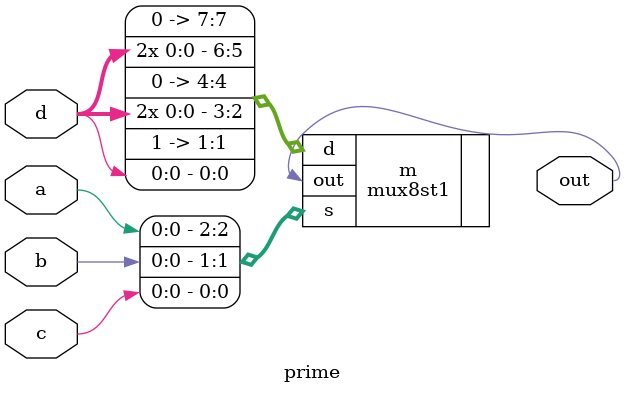
<source format=v>
module prime(output out,input a,b,c,d);
 mux8st1 m(.out(out),.s({a,b,c}),.d({1'b0,d,d,1'b0,d,d,1'b1,d}));
 endmodule 
</source>
